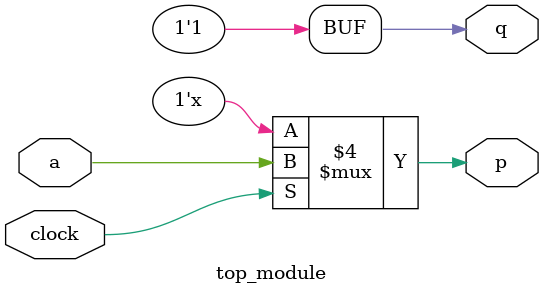
<source format=v>
module top_module (
    input clock,
    input a,
    output p,
    output q=1 );
    always@(*)begin
        if(clock)begin
            p=a;
        end
    end
    
    always@(negedge clock)begin
        q<=p;
    end
    
endmodule

</source>
